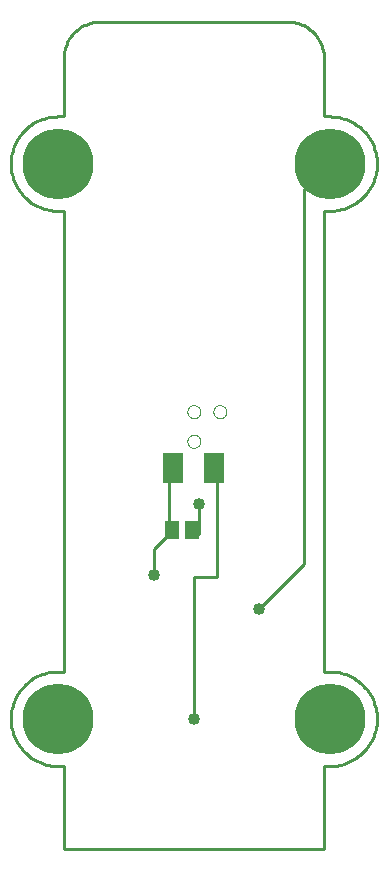
<source format=gtl>
G75*
%MOIN*%
%OFA0B0*%
%FSLAX24Y24*%
%IPPOS*%
%LPD*%
%AMOC8*
5,1,8,0,0,1.08239X$1,22.5*
%
%ADD10C,0.0100*%
%ADD11R,0.0709X0.0984*%
%ADD12C,0.0000*%
%ADD13R,0.0512X0.0591*%
%ADD14C,0.2362*%
%ADD15C,0.0400*%
D10*
X002315Y003693D02*
X002512Y003693D01*
X002512Y000937D01*
X011174Y000937D01*
X011174Y003693D01*
X011370Y003693D01*
X011449Y003695D01*
X011527Y003701D01*
X011605Y003711D01*
X011682Y003724D01*
X011759Y003742D01*
X011834Y003763D01*
X011909Y003788D01*
X011982Y003817D01*
X012053Y003849D01*
X012123Y003885D01*
X012191Y003924D01*
X012257Y003967D01*
X012321Y004013D01*
X012382Y004061D01*
X012441Y004113D01*
X012497Y004168D01*
X012551Y004226D01*
X012601Y004286D01*
X012649Y004349D01*
X012693Y004413D01*
X012734Y004481D01*
X012772Y004549D01*
X012806Y004620D01*
X012836Y004693D01*
X012863Y004766D01*
X012886Y004841D01*
X012906Y004918D01*
X012921Y004995D01*
X012933Y005072D01*
X012941Y005150D01*
X012945Y005229D01*
X012945Y005307D01*
X012941Y005386D01*
X012933Y005464D01*
X012921Y005541D01*
X012906Y005618D01*
X012886Y005695D01*
X012863Y005770D01*
X012836Y005843D01*
X012806Y005916D01*
X012772Y005987D01*
X012734Y006056D01*
X012693Y006123D01*
X012649Y006187D01*
X012601Y006250D01*
X012551Y006310D01*
X012497Y006368D01*
X012441Y006423D01*
X012382Y006475D01*
X012321Y006523D01*
X012257Y006569D01*
X012191Y006612D01*
X012123Y006651D01*
X012053Y006687D01*
X011982Y006719D01*
X011909Y006748D01*
X011834Y006773D01*
X011759Y006794D01*
X011682Y006812D01*
X011605Y006825D01*
X011527Y006835D01*
X011449Y006841D01*
X011370Y006843D01*
X011174Y006843D01*
X011174Y022197D01*
X011370Y022197D01*
X010512Y022937D02*
X011012Y023437D01*
X011370Y023772D01*
X011370Y022197D02*
X011449Y022199D01*
X011527Y022205D01*
X011605Y022215D01*
X011682Y022228D01*
X011759Y022246D01*
X011834Y022267D01*
X011909Y022292D01*
X011982Y022321D01*
X012053Y022353D01*
X012123Y022389D01*
X012191Y022428D01*
X012257Y022471D01*
X012321Y022517D01*
X012382Y022565D01*
X012441Y022617D01*
X012497Y022672D01*
X012551Y022730D01*
X012601Y022790D01*
X012649Y022853D01*
X012693Y022917D01*
X012734Y022985D01*
X012772Y023053D01*
X012806Y023124D01*
X012836Y023197D01*
X012863Y023270D01*
X012886Y023345D01*
X012906Y023422D01*
X012921Y023499D01*
X012933Y023576D01*
X012941Y023654D01*
X012945Y023733D01*
X012945Y023811D01*
X012941Y023890D01*
X012933Y023968D01*
X012921Y024045D01*
X012906Y024122D01*
X012886Y024199D01*
X012863Y024274D01*
X012836Y024347D01*
X012806Y024420D01*
X012772Y024491D01*
X012734Y024560D01*
X012693Y024627D01*
X012649Y024691D01*
X012601Y024754D01*
X012551Y024814D01*
X012497Y024872D01*
X012441Y024927D01*
X012382Y024979D01*
X012321Y025027D01*
X012257Y025073D01*
X012191Y025116D01*
X012123Y025155D01*
X012053Y025191D01*
X011982Y025223D01*
X011909Y025252D01*
X011834Y025277D01*
X011759Y025298D01*
X011682Y025316D01*
X011605Y025329D01*
X011527Y025339D01*
X011449Y025345D01*
X011370Y025347D01*
X011174Y025347D01*
X011174Y027315D01*
X011172Y027381D01*
X011167Y027447D01*
X011157Y027513D01*
X011144Y027578D01*
X011128Y027642D01*
X011108Y027705D01*
X011084Y027767D01*
X011057Y027827D01*
X011027Y027886D01*
X010993Y027943D01*
X010956Y027998D01*
X010916Y028051D01*
X010874Y028102D01*
X010828Y028150D01*
X010780Y028196D01*
X010729Y028238D01*
X010676Y028278D01*
X010621Y028315D01*
X010564Y028349D01*
X010505Y028379D01*
X010445Y028406D01*
X010383Y028430D01*
X010320Y028450D01*
X010256Y028466D01*
X010191Y028479D01*
X010125Y028489D01*
X010059Y028494D01*
X009993Y028496D01*
X003693Y028496D01*
X003627Y028494D01*
X003561Y028489D01*
X003495Y028479D01*
X003430Y028466D01*
X003366Y028450D01*
X003303Y028430D01*
X003241Y028406D01*
X003181Y028379D01*
X003122Y028349D01*
X003065Y028315D01*
X003010Y028278D01*
X002957Y028238D01*
X002906Y028196D01*
X002858Y028150D01*
X002812Y028102D01*
X002770Y028051D01*
X002730Y027998D01*
X002693Y027943D01*
X002659Y027886D01*
X002629Y027827D01*
X002602Y027767D01*
X002578Y027705D01*
X002558Y027642D01*
X002542Y027578D01*
X002529Y027513D01*
X002519Y027447D01*
X002514Y027381D01*
X002512Y027315D01*
X002512Y025347D01*
X002315Y025347D01*
X002236Y025345D01*
X002158Y025339D01*
X002080Y025329D01*
X002003Y025316D01*
X001926Y025298D01*
X001851Y025277D01*
X001776Y025252D01*
X001703Y025223D01*
X001632Y025191D01*
X001562Y025155D01*
X001494Y025116D01*
X001428Y025073D01*
X001364Y025027D01*
X001303Y024979D01*
X001244Y024927D01*
X001188Y024872D01*
X001134Y024814D01*
X001084Y024754D01*
X001036Y024691D01*
X000992Y024627D01*
X000951Y024559D01*
X000913Y024491D01*
X000879Y024420D01*
X000849Y024347D01*
X000822Y024274D01*
X000799Y024199D01*
X000779Y024122D01*
X000764Y024045D01*
X000752Y023968D01*
X000744Y023890D01*
X000740Y023811D01*
X000740Y023733D01*
X000744Y023654D01*
X000752Y023576D01*
X000764Y023499D01*
X000779Y023422D01*
X000799Y023345D01*
X000822Y023270D01*
X000849Y023197D01*
X000879Y023124D01*
X000913Y023053D01*
X000951Y022984D01*
X000992Y022917D01*
X001036Y022853D01*
X001084Y022790D01*
X001134Y022730D01*
X001188Y022672D01*
X001244Y022617D01*
X001303Y022565D01*
X001364Y022517D01*
X001428Y022471D01*
X001494Y022428D01*
X001562Y022389D01*
X001632Y022353D01*
X001703Y022321D01*
X001776Y022292D01*
X001851Y022267D01*
X001926Y022246D01*
X002003Y022228D01*
X002080Y022215D01*
X002158Y022205D01*
X002236Y022199D01*
X002315Y022197D01*
X002512Y022197D01*
X002512Y006843D01*
X002315Y006843D01*
X002236Y006841D01*
X002158Y006835D01*
X002080Y006825D01*
X002003Y006812D01*
X001926Y006794D01*
X001851Y006773D01*
X001776Y006748D01*
X001703Y006719D01*
X001632Y006687D01*
X001562Y006651D01*
X001494Y006612D01*
X001428Y006569D01*
X001364Y006523D01*
X001303Y006475D01*
X001244Y006423D01*
X001188Y006368D01*
X001134Y006310D01*
X001084Y006250D01*
X001036Y006187D01*
X000992Y006123D01*
X000951Y006055D01*
X000913Y005987D01*
X000879Y005916D01*
X000849Y005843D01*
X000822Y005770D01*
X000799Y005695D01*
X000779Y005618D01*
X000764Y005541D01*
X000752Y005464D01*
X000744Y005386D01*
X000740Y005307D01*
X000740Y005229D01*
X000744Y005150D01*
X000752Y005072D01*
X000764Y004995D01*
X000779Y004918D01*
X000799Y004841D01*
X000822Y004766D01*
X000849Y004693D01*
X000879Y004620D01*
X000913Y004549D01*
X000951Y004480D01*
X000992Y004413D01*
X001036Y004349D01*
X001084Y004286D01*
X001134Y004226D01*
X001188Y004168D01*
X001244Y004113D01*
X001303Y004061D01*
X001364Y004013D01*
X001428Y003967D01*
X001494Y003924D01*
X001562Y003885D01*
X001632Y003849D01*
X001703Y003817D01*
X001776Y003788D01*
X001851Y003763D01*
X001926Y003742D01*
X002003Y003724D01*
X002080Y003711D01*
X002158Y003701D01*
X002236Y003695D01*
X002315Y003693D01*
X005512Y010056D02*
X005512Y010937D01*
X006012Y011437D01*
X006115Y011567D01*
X006012Y011437D02*
X006012Y013437D01*
X006154Y013634D01*
X007012Y012437D02*
X007012Y011437D01*
X006784Y011567D01*
X006843Y009993D02*
X007630Y009993D01*
X007630Y013437D01*
X007512Y013437D01*
X007532Y013634D01*
X006843Y009993D02*
X006843Y005264D01*
X009012Y008937D02*
X010512Y010437D01*
X010512Y022937D01*
D11*
X007532Y013634D03*
X006154Y013634D03*
D12*
X006626Y014520D02*
X006628Y014549D01*
X006634Y014577D01*
X006643Y014605D01*
X006656Y014631D01*
X006673Y014654D01*
X006692Y014676D01*
X006714Y014695D01*
X006739Y014710D01*
X006765Y014723D01*
X006793Y014731D01*
X006821Y014736D01*
X006850Y014737D01*
X006879Y014734D01*
X006907Y014727D01*
X006934Y014717D01*
X006960Y014703D01*
X006983Y014686D01*
X007004Y014666D01*
X007022Y014643D01*
X007037Y014618D01*
X007048Y014591D01*
X007056Y014563D01*
X007060Y014534D01*
X007060Y014506D01*
X007056Y014477D01*
X007048Y014449D01*
X007037Y014422D01*
X007022Y014397D01*
X007004Y014374D01*
X006983Y014354D01*
X006960Y014337D01*
X006934Y014323D01*
X006907Y014313D01*
X006879Y014306D01*
X006850Y014303D01*
X006821Y014304D01*
X006793Y014309D01*
X006765Y014317D01*
X006739Y014330D01*
X006714Y014345D01*
X006692Y014364D01*
X006673Y014386D01*
X006656Y014409D01*
X006643Y014435D01*
X006634Y014463D01*
X006628Y014491D01*
X006626Y014520D01*
X006626Y015504D02*
X006628Y015533D01*
X006634Y015561D01*
X006643Y015589D01*
X006656Y015615D01*
X006673Y015638D01*
X006692Y015660D01*
X006714Y015679D01*
X006739Y015694D01*
X006765Y015707D01*
X006793Y015715D01*
X006821Y015720D01*
X006850Y015721D01*
X006879Y015718D01*
X006907Y015711D01*
X006934Y015701D01*
X006960Y015687D01*
X006983Y015670D01*
X007004Y015650D01*
X007022Y015627D01*
X007037Y015602D01*
X007048Y015575D01*
X007056Y015547D01*
X007060Y015518D01*
X007060Y015490D01*
X007056Y015461D01*
X007048Y015433D01*
X007037Y015406D01*
X007022Y015381D01*
X007004Y015358D01*
X006983Y015338D01*
X006960Y015321D01*
X006934Y015307D01*
X006907Y015297D01*
X006879Y015290D01*
X006850Y015287D01*
X006821Y015288D01*
X006793Y015293D01*
X006765Y015301D01*
X006739Y015314D01*
X006714Y015329D01*
X006692Y015348D01*
X006673Y015370D01*
X006656Y015393D01*
X006643Y015419D01*
X006634Y015447D01*
X006628Y015475D01*
X006626Y015504D01*
X007492Y015504D02*
X007494Y015533D01*
X007500Y015561D01*
X007509Y015589D01*
X007522Y015615D01*
X007539Y015638D01*
X007558Y015660D01*
X007580Y015679D01*
X007605Y015694D01*
X007631Y015707D01*
X007659Y015715D01*
X007687Y015720D01*
X007716Y015721D01*
X007745Y015718D01*
X007773Y015711D01*
X007800Y015701D01*
X007826Y015687D01*
X007849Y015670D01*
X007870Y015650D01*
X007888Y015627D01*
X007903Y015602D01*
X007914Y015575D01*
X007922Y015547D01*
X007926Y015518D01*
X007926Y015490D01*
X007922Y015461D01*
X007914Y015433D01*
X007903Y015406D01*
X007888Y015381D01*
X007870Y015358D01*
X007849Y015338D01*
X007826Y015321D01*
X007800Y015307D01*
X007773Y015297D01*
X007745Y015290D01*
X007716Y015287D01*
X007687Y015288D01*
X007659Y015293D01*
X007631Y015301D01*
X007605Y015314D01*
X007580Y015329D01*
X007558Y015348D01*
X007539Y015370D01*
X007522Y015393D01*
X007509Y015419D01*
X007500Y015447D01*
X007494Y015475D01*
X007492Y015504D01*
D13*
X006784Y011567D03*
X006115Y011567D03*
D14*
X002315Y005268D03*
X002315Y023772D03*
X011370Y023772D03*
X011370Y005268D03*
D15*
X009012Y008937D03*
X007012Y012437D03*
X005512Y010056D03*
X006843Y005264D03*
M02*

</source>
